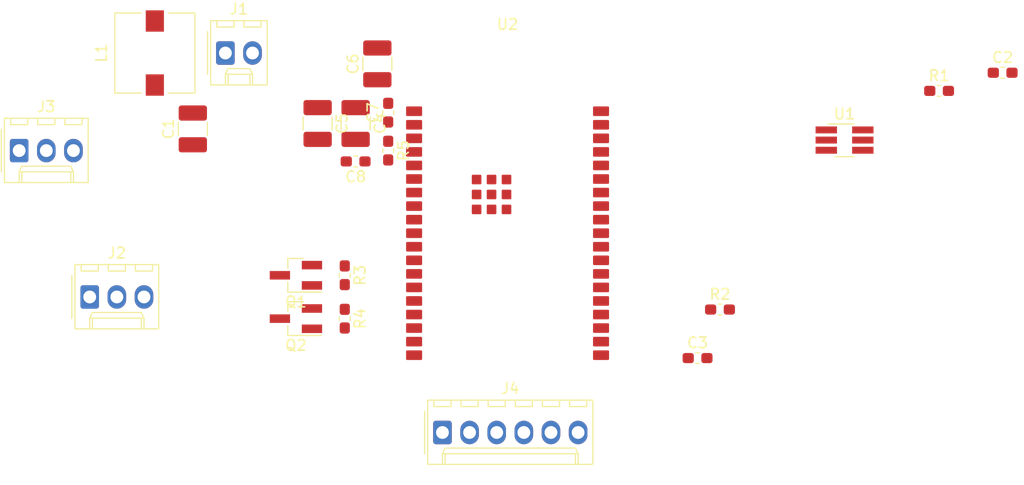
<source format=kicad_pcb>
(kicad_pcb (version 20171130) (host pcbnew 5.1.5+dfsg1-2build2)

  (general
    (thickness 1.6)
    (drawings 0)
    (tracks 0)
    (zones 0)
    (modules 22)
    (nets 47)
  )

  (page A4)
  (layers
    (0 F.Cu signal)
    (31 B.Cu signal)
    (32 B.Adhes user)
    (33 F.Adhes user)
    (34 B.Paste user)
    (35 F.Paste user)
    (36 B.SilkS user)
    (37 F.SilkS user)
    (38 B.Mask user)
    (39 F.Mask user)
    (40 Dwgs.User user)
    (41 Cmts.User user)
    (42 Eco1.User user)
    (43 Eco2.User user)
    (44 Edge.Cuts user)
    (45 Margin user)
    (46 B.CrtYd user)
    (47 F.CrtYd user)
    (48 B.Fab user)
    (49 F.Fab user)
  )

  (setup
    (last_trace_width 0.25)
    (trace_clearance 0.2)
    (zone_clearance 0.508)
    (zone_45_only no)
    (trace_min 0.2)
    (via_size 0.8)
    (via_drill 0.4)
    (via_min_size 0.4)
    (via_min_drill 0.3)
    (uvia_size 0.3)
    (uvia_drill 0.1)
    (uvias_allowed no)
    (uvia_min_size 0.2)
    (uvia_min_drill 0.1)
    (edge_width 0.05)
    (segment_width 0.2)
    (pcb_text_width 0.3)
    (pcb_text_size 1.5 1.5)
    (mod_edge_width 0.12)
    (mod_text_size 1 1)
    (mod_text_width 0.15)
    (pad_size 1.524 1.524)
    (pad_drill 0.762)
    (pad_to_mask_clearance 0.051)
    (solder_mask_min_width 0.25)
    (aux_axis_origin 0 0)
    (visible_elements FFFFFF7F)
    (pcbplotparams
      (layerselection 0x010fc_ffffffff)
      (usegerberextensions false)
      (usegerberattributes false)
      (usegerberadvancedattributes false)
      (creategerberjobfile false)
      (excludeedgelayer true)
      (linewidth 0.100000)
      (plotframeref false)
      (viasonmask false)
      (mode 1)
      (useauxorigin false)
      (hpglpennumber 1)
      (hpglpenspeed 20)
      (hpglpendiameter 15.000000)
      (psnegative false)
      (psa4output false)
      (plotreference true)
      (plotvalue true)
      (plotinvisibletext false)
      (padsonsilk false)
      (subtractmaskfromsilk false)
      (outputformat 1)
      (mirror false)
      (drillshape 1)
      (scaleselection 1)
      (outputdirectory ""))
  )

  (net 0 "")
  (net 1 GND)
  (net 2 Vin)
  (net 3 "Net-(C2-Pad2)")
  (net 4 "Net-(C2-Pad1)")
  (net 5 "Net-(C3-Pad2)")
  (net 6 +3V3)
  (net 7 "Net-(C8-Pad1)")
  (net 8 Source1)
  (net 9 Drain1)
  (net 10 Source2)
  (net 11 Drain2)
  (net 12 "Net-(J4-Pad4)")
  (net 13 "Net-(J4-Pad3)")
  (net 14 "Net-(J4-Pad2)")
  (net 15 "Net-(J4-Pad1)")
  (net 16 "Net-(Q1-Pad1)")
  (net 17 "Net-(Q2-Pad1)")
  (net 18 "Net-(R3-Pad1)")
  (net 19 "Net-(R4-Pad1)")
  (net 20 "Net-(U2-Pad37)")
  (net 21 "Net-(U2-Pad36)")
  (net 22 "Net-(U2-Pad35)")
  (net 23 "Net-(U2-Pad34)")
  (net 24 "Net-(U2-Pad33)")
  (net 25 "Net-(U2-Pad32)")
  (net 26 "Net-(U2-Pad31)")
  (net 27 "Net-(U2-Pad30)")
  (net 28 "Net-(U2-Pad29)")
  (net 29 "Net-(U2-Pad28)")
  (net 30 "Net-(U2-Pad27)")
  (net 31 "Net-(U2-Pad26)")
  (net 32 "Net-(U2-Pad25)")
  (net 33 "Net-(U2-Pad24)")
  (net 34 "Net-(U2-Pad22)")
  (net 35 "Net-(U2-Pad21)")
  (net 36 "Net-(U2-Pad20)")
  (net 37 "Net-(U2-Pad4)")
  (net 38 "Net-(U2-Pad5)")
  (net 39 "Net-(U2-Pad8)")
  (net 40 "Net-(U2-Pad9)")
  (net 41 "Net-(U2-Pad10)")
  (net 42 "Net-(U2-Pad11)")
  (net 43 "Net-(U2-Pad12)")
  (net 44 "Net-(U2-Pad17)")
  (net 45 "Net-(U2-Pad18)")
  (net 46 "Net-(U2-Pad19)")

  (net_class Default "This is the default net class."
    (clearance 0.2)
    (trace_width 0.25)
    (via_dia 0.8)
    (via_drill 0.4)
    (uvia_dia 0.3)
    (uvia_drill 0.1)
    (add_net +3V3)
    (add_net Drain1)
    (add_net Drain2)
    (add_net GND)
    (add_net "Net-(C2-Pad1)")
    (add_net "Net-(C2-Pad2)")
    (add_net "Net-(C3-Pad2)")
    (add_net "Net-(C8-Pad1)")
    (add_net "Net-(J4-Pad1)")
    (add_net "Net-(J4-Pad2)")
    (add_net "Net-(J4-Pad3)")
    (add_net "Net-(J4-Pad4)")
    (add_net "Net-(Q1-Pad1)")
    (add_net "Net-(Q2-Pad1)")
    (add_net "Net-(R3-Pad1)")
    (add_net "Net-(R4-Pad1)")
    (add_net "Net-(U2-Pad10)")
    (add_net "Net-(U2-Pad11)")
    (add_net "Net-(U2-Pad12)")
    (add_net "Net-(U2-Pad17)")
    (add_net "Net-(U2-Pad18)")
    (add_net "Net-(U2-Pad19)")
    (add_net "Net-(U2-Pad20)")
    (add_net "Net-(U2-Pad21)")
    (add_net "Net-(U2-Pad22)")
    (add_net "Net-(U2-Pad24)")
    (add_net "Net-(U2-Pad25)")
    (add_net "Net-(U2-Pad26)")
    (add_net "Net-(U2-Pad27)")
    (add_net "Net-(U2-Pad28)")
    (add_net "Net-(U2-Pad29)")
    (add_net "Net-(U2-Pad30)")
    (add_net "Net-(U2-Pad31)")
    (add_net "Net-(U2-Pad32)")
    (add_net "Net-(U2-Pad33)")
    (add_net "Net-(U2-Pad34)")
    (add_net "Net-(U2-Pad35)")
    (add_net "Net-(U2-Pad36)")
    (add_net "Net-(U2-Pad37)")
    (add_net "Net-(U2-Pad4)")
    (add_net "Net-(U2-Pad5)")
    (add_net "Net-(U2-Pad8)")
    (add_net "Net-(U2-Pad9)")
    (add_net Source1)
    (add_net Source2)
    (add_net Vin)
  )

  (module n-level:ESP32-WROOM-ROVER (layer F.Cu) (tedit 60427113) (tstamp 623C1B59)
    (at 146.304 97.028)
    (path /623392AE)
    (fp_text reference U2 (at 0 -16.4) (layer F.SilkS)
      (effects (font (size 1 1) (thickness 0.15)))
    )
    (fp_text value ESP32-WROVER-E (at 0 16.5) (layer F.Fab)
      (effects (font (size 1 1) (thickness 0.15)))
    )
    (fp_text user "Keep Out" (at 0 -12.3) (layer Dwgs.User)
      (effects (font (size 1 1) (thickness 0.15)))
    )
    (fp_line (start -9 -8.8) (end 9 -8.8) (layer Dwgs.User) (width 0.12))
    (fp_line (start -9 15.7) (end 9 15.7) (layer Dwgs.User) (width 0.12))
    (fp_line (start -9 15.7) (end -9 -15.7) (layer Dwgs.User) (width 0.12))
    (fp_line (start 9 15.7) (end 9 -15.7) (layer Dwgs.User) (width 0.12))
    (fp_line (start 9 -15.7) (end -9 -15.7) (layer Dwgs.User) (width 0.12))
    (pad EPAD smd roundrect (at -2.9 0.94) (size 0.9 0.9) (layers F.Cu F.Paste F.Mask) (roundrect_rratio 0.111)
      (net 1 GND))
    (pad EPAD smd roundrect (at -1.5 0.94) (size 0.9 0.9) (layers F.Cu F.Paste F.Mask) (roundrect_rratio 0.111)
      (net 1 GND))
    (pad EPAD smd roundrect (at -0.1 0.94) (size 0.9 0.9) (layers F.Cu F.Paste F.Mask) (roundrect_rratio 0.111)
      (net 1 GND))
    (pad EPAD smd roundrect (at -0.1 -0.46) (size 0.9 0.9) (layers F.Cu F.Paste F.Mask) (roundrect_rratio 0.111)
      (net 1 GND))
    (pad EPAD smd roundrect (at -0.1 -1.86) (size 0.9 0.9) (layers F.Cu F.Paste F.Mask) (roundrect_rratio 0.111)
      (net 1 GND))
    (pad EPAD smd roundrect (at -1.5 -1.86) (size 0.9 0.9) (layers F.Cu F.Paste F.Mask) (roundrect_rratio 0.111)
      (net 1 GND))
    (pad EPAD smd roundrect (at -2.9 -1.86) (size 0.9 0.9) (layers F.Cu F.Paste F.Mask) (roundrect_rratio 0.111)
      (net 1 GND))
    (pad EPAD smd roundrect (at -2.9 -0.46) (size 0.9 0.9) (layers F.Cu F.Paste F.Mask) (roundrect_rratio 0.111)
      (net 1 GND))
    (pad EPAD smd roundrect (at -1.5 -0.46) (size 0.9 0.9) (layers F.Cu F.Paste F.Mask) (roundrect_rratio 0.111)
      (net 1 GND))
    (pad 38 smd roundrect (at 8.75 -8.26) (size 1.5 0.9) (layers F.Cu F.Paste F.Mask) (roundrect_rratio 0.111)
      (net 1 GND))
    (pad 37 smd roundrect (at 8.75 -6.99) (size 1.5 0.9) (layers F.Cu F.Paste F.Mask) (roundrect_rratio 0.111)
      (net 20 "Net-(U2-Pad37)"))
    (pad 36 smd roundrect (at 8.75 -5.72) (size 1.5 0.9) (layers F.Cu F.Paste F.Mask) (roundrect_rratio 0.111)
      (net 21 "Net-(U2-Pad36)"))
    (pad 35 smd roundrect (at 8.75 -4.45) (size 1.5 0.9) (layers F.Cu F.Paste F.Mask) (roundrect_rratio 0.111)
      (net 22 "Net-(U2-Pad35)"))
    (pad 34 smd roundrect (at 8.75 -3.18) (size 1.5 0.9) (layers F.Cu F.Paste F.Mask) (roundrect_rratio 0.111)
      (net 23 "Net-(U2-Pad34)"))
    (pad 33 smd roundrect (at 8.75 -1.91) (size 1.5 0.9) (layers F.Cu F.Paste F.Mask) (roundrect_rratio 0.111)
      (net 24 "Net-(U2-Pad33)"))
    (pad 32 smd roundrect (at 8.75 -0.64) (size 1.5 0.9) (layers F.Cu F.Paste F.Mask) (roundrect_rratio 0.111)
      (net 25 "Net-(U2-Pad32)"))
    (pad 31 smd roundrect (at 8.75 0.63) (size 1.5 0.9) (layers F.Cu F.Paste F.Mask) (roundrect_rratio 0.111)
      (net 26 "Net-(U2-Pad31)"))
    (pad 30 smd roundrect (at 8.75 1.9) (size 1.5 0.9) (layers F.Cu F.Paste F.Mask) (roundrect_rratio 0.111)
      (net 27 "Net-(U2-Pad30)"))
    (pad 29 smd roundrect (at 8.75 3.17) (size 1.5 0.9) (layers F.Cu F.Paste F.Mask) (roundrect_rratio 0.111)
      (net 28 "Net-(U2-Pad29)"))
    (pad 28 smd roundrect (at 8.75 4.44) (size 1.5 0.9) (layers F.Cu F.Paste F.Mask) (roundrect_rratio 0.111)
      (net 29 "Net-(U2-Pad28)"))
    (pad 27 smd roundrect (at 8.75 5.71) (size 1.5 0.9) (layers F.Cu F.Paste F.Mask) (roundrect_rratio 0.111)
      (net 30 "Net-(U2-Pad27)"))
    (pad 26 smd roundrect (at 8.75 6.98) (size 1.5 0.9) (layers F.Cu F.Paste F.Mask) (roundrect_rratio 0.111)
      (net 31 "Net-(U2-Pad26)"))
    (pad 25 smd roundrect (at 8.75 8.25) (size 1.5 0.9) (layers F.Cu F.Paste F.Mask) (roundrect_rratio 0.111)
      (net 32 "Net-(U2-Pad25)"))
    (pad 24 smd roundrect (at 8.75 9.52) (size 1.5 0.9) (layers F.Cu F.Paste F.Mask) (roundrect_rratio 0.111)
      (net 33 "Net-(U2-Pad24)"))
    (pad 23 smd roundrect (at 8.75 10.79) (size 1.5 0.9) (layers F.Cu F.Paste F.Mask) (roundrect_rratio 0.111)
      (net 12 "Net-(J4-Pad4)"))
    (pad 22 smd roundrect (at 8.75 12.06) (size 1.5 0.9) (layers F.Cu F.Paste F.Mask) (roundrect_rratio 0.111)
      (net 34 "Net-(U2-Pad22)"))
    (pad 21 smd roundrect (at 8.75 13.33) (size 1.5 0.9) (layers F.Cu F.Paste F.Mask) (roundrect_rratio 0.111)
      (net 35 "Net-(U2-Pad21)"))
    (pad 20 smd roundrect (at 8.75 14.6) (size 1.5 0.9) (layers F.Cu F.Paste F.Mask) (roundrect_rratio 0.111)
      (net 36 "Net-(U2-Pad20)"))
    (pad 1 smd roundrect (at -8.75 -8.26) (size 1.5 0.9) (layers F.Cu F.Paste F.Mask) (roundrect_rratio 0.111)
      (net 1 GND))
    (pad 2 smd roundrect (at -8.75 -6.99) (size 1.5 0.9) (layers F.Cu F.Paste F.Mask) (roundrect_rratio 0.111)
      (net 6 +3V3))
    (pad 3 smd roundrect (at -8.75 -5.72) (size 1.5 0.9) (layers F.Cu F.Paste F.Mask) (roundrect_rratio 0.111)
      (net 7 "Net-(C8-Pad1)"))
    (pad 4 smd roundrect (at -8.75 -4.45) (size 1.5 0.9) (layers F.Cu F.Paste F.Mask) (roundrect_rratio 0.111)
      (net 37 "Net-(U2-Pad4)"))
    (pad 5 smd roundrect (at -8.75 -3.18) (size 1.5 0.9) (layers F.Cu F.Paste F.Mask) (roundrect_rratio 0.111)
      (net 38 "Net-(U2-Pad5)"))
    (pad 6 smd roundrect (at -8.75 -1.91) (size 1.5 0.9) (layers F.Cu F.Paste F.Mask) (roundrect_rratio 0.111)
      (net 18 "Net-(R3-Pad1)"))
    (pad 7 smd roundrect (at -8.75 -0.64) (size 1.5 0.9) (layers F.Cu F.Paste F.Mask) (roundrect_rratio 0.111)
      (net 19 "Net-(R4-Pad1)"))
    (pad 8 smd roundrect (at -8.75 0.63) (size 1.5 0.9) (layers F.Cu F.Paste F.Mask) (roundrect_rratio 0.111)
      (net 39 "Net-(U2-Pad8)"))
    (pad 9 smd roundrect (at -8.75 1.9) (size 1.5 0.9) (layers F.Cu F.Paste F.Mask) (roundrect_rratio 0.111)
      (net 40 "Net-(U2-Pad9)"))
    (pad 10 smd roundrect (at -8.75 3.17) (size 1.5 0.9) (layers F.Cu F.Paste F.Mask) (roundrect_rratio 0.111)
      (net 41 "Net-(U2-Pad10)"))
    (pad 11 smd roundrect (at -8.75 4.44) (size 1.5 0.9) (layers F.Cu F.Paste F.Mask) (roundrect_rratio 0.111)
      (net 42 "Net-(U2-Pad11)"))
    (pad 12 smd roundrect (at -8.75 5.71) (size 1.5 0.9) (layers F.Cu F.Paste F.Mask) (roundrect_rratio 0.111)
      (net 43 "Net-(U2-Pad12)"))
    (pad 13 smd roundrect (at -8.75 6.98) (size 1.5 0.9) (layers F.Cu F.Paste F.Mask) (roundrect_rratio 0.111)
      (net 15 "Net-(J4-Pad1)"))
    (pad 14 smd roundrect (at -8.75 8.25) (size 1.5 0.9) (layers F.Cu F.Paste F.Mask) (roundrect_rratio 0.111)
      (net 14 "Net-(J4-Pad2)"))
    (pad 15 smd roundrect (at -8.75 9.52) (size 1.5 0.9) (layers F.Cu F.Paste F.Mask) (roundrect_rratio 0.111)
      (net 1 GND))
    (pad 16 smd roundrect (at -8.75 10.79) (size 1.5 0.9) (layers F.Cu F.Paste F.Mask) (roundrect_rratio 0.111)
      (net 13 "Net-(J4-Pad3)"))
    (pad 17 smd roundrect (at -8.75 12.06) (size 1.5 0.9) (layers F.Cu F.Paste F.Mask) (roundrect_rratio 0.111)
      (net 44 "Net-(U2-Pad17)"))
    (pad 18 smd roundrect (at -8.75 13.33) (size 1.5 0.9) (layers F.Cu F.Paste F.Mask) (roundrect_rratio 0.111)
      (net 45 "Net-(U2-Pad18)"))
    (pad 19 smd roundrect (at -8.75 14.6) (size 1.5 0.9) (layers F.Cu F.Paste F.Mask) (roundrect_rratio 0.111)
      (net 46 "Net-(U2-Pad19)"))
  )

  (module Package_TO_SOT_SMD:TSOT-23-6_HandSoldering (layer F.Cu) (tedit 5A02FF57) (tstamp 623C1B20)
    (at 177.85 91.47)
    (descr "6-pin TSOT23 package, http://cds.linear.com/docs/en/packaging/SOT_6_05-08-1636.pdf")
    (tags "TSOT-23-6 MK06A TSOT-6 Hand-soldering")
    (path /6233C416)
    (attr smd)
    (fp_text reference U1 (at 0 -2.45) (layer F.SilkS)
      (effects (font (size 1 1) (thickness 0.15)))
    )
    (fp_text value AP63200 (at 0 2.5) (layer F.Fab)
      (effects (font (size 1 1) (thickness 0.15)))
    )
    (fp_line (start 2.96 1.7) (end -2.96 1.7) (layer F.CrtYd) (width 0.05))
    (fp_line (start 2.96 1.7) (end 2.96 -1.7) (layer F.CrtYd) (width 0.05))
    (fp_line (start -2.96 -1.7) (end -2.96 1.7) (layer F.CrtYd) (width 0.05))
    (fp_line (start -2.96 -1.7) (end 2.96 -1.7) (layer F.CrtYd) (width 0.05))
    (fp_line (start 0.88 -1.45) (end 0.88 1.45) (layer F.Fab) (width 0.1))
    (fp_line (start 0.88 1.45) (end -0.88 1.45) (layer F.Fab) (width 0.1))
    (fp_line (start -0.88 -1) (end -0.88 1.45) (layer F.Fab) (width 0.1))
    (fp_line (start 0.88 -1.45) (end -0.43 -1.45) (layer F.Fab) (width 0.1))
    (fp_line (start -0.88 -1) (end -0.43 -1.45) (layer F.Fab) (width 0.1))
    (fp_line (start 0.88 -1.51) (end -1.55 -1.51) (layer F.SilkS) (width 0.12))
    (fp_line (start -0.88 1.56) (end 0.88 1.56) (layer F.SilkS) (width 0.12))
    (fp_text user %R (at 0 0 90) (layer F.Fab)
      (effects (font (size 0.5 0.5) (thickness 0.075)))
    )
    (pad 6 smd rect (at 1.71 -0.95) (size 2 0.65) (layers F.Cu F.Paste F.Mask)
      (net 3 "Net-(C2-Pad2)"))
    (pad 5 smd rect (at 1.71 0) (size 2 0.65) (layers F.Cu F.Paste F.Mask)
      (net 4 "Net-(C2-Pad1)"))
    (pad 4 smd rect (at 1.71 0.95) (size 2 0.65) (layers F.Cu F.Paste F.Mask)
      (net 1 GND))
    (pad 3 smd rect (at -1.71 0.95) (size 2 0.65) (layers F.Cu F.Paste F.Mask)
      (net 2 Vin))
    (pad 2 smd rect (at -1.71 0) (size 2 0.65) (layers F.Cu F.Paste F.Mask)
      (net 2 Vin))
    (pad 1 smd rect (at -1.71 -0.95) (size 2 0.65) (layers F.Cu F.Paste F.Mask)
      (net 5 "Net-(C3-Pad2)"))
    (model ${KISYS3DMOD}/Package_TO_SOT_SMD.3dshapes/TSOT-23-6.wrl
      (at (xyz 0 0 0))
      (scale (xyz 1 1 1))
      (rotate (xyz 0 0 0))
    )
  )

  (module Resistor_SMD:R_0603_1608Metric_Pad1.05x0.95mm_HandSolder (layer F.Cu) (tedit 5B301BBD) (tstamp 623C1B0A)
    (at 135.128 92.456 270)
    (descr "Resistor SMD 0603 (1608 Metric), square (rectangular) end terminal, IPC_7351 nominal with elongated pad for handsoldering. (Body size source: http://www.tortai-tech.com/upload/download/2011102023233369053.pdf), generated with kicad-footprint-generator")
    (tags "resistor handsolder")
    (path /62360AF0)
    (attr smd)
    (fp_text reference R5 (at 0 -1.43 90) (layer F.SilkS)
      (effects (font (size 1 1) (thickness 0.15)))
    )
    (fp_text value 1k (at 0 1.43 90) (layer F.Fab)
      (effects (font (size 1 1) (thickness 0.15)))
    )
    (fp_text user %R (at 0 0 90) (layer F.Fab)
      (effects (font (size 0.4 0.4) (thickness 0.06)))
    )
    (fp_line (start 1.65 0.73) (end -1.65 0.73) (layer F.CrtYd) (width 0.05))
    (fp_line (start 1.65 -0.73) (end 1.65 0.73) (layer F.CrtYd) (width 0.05))
    (fp_line (start -1.65 -0.73) (end 1.65 -0.73) (layer F.CrtYd) (width 0.05))
    (fp_line (start -1.65 0.73) (end -1.65 -0.73) (layer F.CrtYd) (width 0.05))
    (fp_line (start -0.171267 0.51) (end 0.171267 0.51) (layer F.SilkS) (width 0.12))
    (fp_line (start -0.171267 -0.51) (end 0.171267 -0.51) (layer F.SilkS) (width 0.12))
    (fp_line (start 0.8 0.4) (end -0.8 0.4) (layer F.Fab) (width 0.1))
    (fp_line (start 0.8 -0.4) (end 0.8 0.4) (layer F.Fab) (width 0.1))
    (fp_line (start -0.8 -0.4) (end 0.8 -0.4) (layer F.Fab) (width 0.1))
    (fp_line (start -0.8 0.4) (end -0.8 -0.4) (layer F.Fab) (width 0.1))
    (pad 2 smd roundrect (at 0.875 0 270) (size 1.05 0.95) (layers F.Cu F.Paste F.Mask) (roundrect_rratio 0.25)
      (net 7 "Net-(C8-Pad1)"))
    (pad 1 smd roundrect (at -0.875 0 270) (size 1.05 0.95) (layers F.Cu F.Paste F.Mask) (roundrect_rratio 0.25)
      (net 6 +3V3))
    (model ${KISYS3DMOD}/Resistor_SMD.3dshapes/R_0603_1608Metric.wrl
      (at (xyz 0 0 0))
      (scale (xyz 1 1 1))
      (rotate (xyz 0 0 0))
    )
  )

  (module Resistor_SMD:R_0603_1608Metric_Pad1.05x0.95mm_HandSolder (layer F.Cu) (tedit 5B301BBD) (tstamp 623C1AF9)
    (at 131.064 108.204 270)
    (descr "Resistor SMD 0603 (1608 Metric), square (rectangular) end terminal, IPC_7351 nominal with elongated pad for handsoldering. (Body size source: http://www.tortai-tech.com/upload/download/2011102023233369053.pdf), generated with kicad-footprint-generator")
    (tags "resistor handsolder")
    (path /623CD5DA)
    (attr smd)
    (fp_text reference R4 (at 0 -1.43 90) (layer F.SilkS)
      (effects (font (size 1 1) (thickness 0.15)))
    )
    (fp_text value 1k (at 0 1.43 90) (layer F.Fab)
      (effects (font (size 1 1) (thickness 0.15)))
    )
    (fp_text user %R (at 0 0 90) (layer F.Fab)
      (effects (font (size 0.4 0.4) (thickness 0.06)))
    )
    (fp_line (start 1.65 0.73) (end -1.65 0.73) (layer F.CrtYd) (width 0.05))
    (fp_line (start 1.65 -0.73) (end 1.65 0.73) (layer F.CrtYd) (width 0.05))
    (fp_line (start -1.65 -0.73) (end 1.65 -0.73) (layer F.CrtYd) (width 0.05))
    (fp_line (start -1.65 0.73) (end -1.65 -0.73) (layer F.CrtYd) (width 0.05))
    (fp_line (start -0.171267 0.51) (end 0.171267 0.51) (layer F.SilkS) (width 0.12))
    (fp_line (start -0.171267 -0.51) (end 0.171267 -0.51) (layer F.SilkS) (width 0.12))
    (fp_line (start 0.8 0.4) (end -0.8 0.4) (layer F.Fab) (width 0.1))
    (fp_line (start 0.8 -0.4) (end 0.8 0.4) (layer F.Fab) (width 0.1))
    (fp_line (start -0.8 -0.4) (end 0.8 -0.4) (layer F.Fab) (width 0.1))
    (fp_line (start -0.8 0.4) (end -0.8 -0.4) (layer F.Fab) (width 0.1))
    (pad 2 smd roundrect (at 0.875 0 270) (size 1.05 0.95) (layers F.Cu F.Paste F.Mask) (roundrect_rratio 0.25)
      (net 17 "Net-(Q2-Pad1)"))
    (pad 1 smd roundrect (at -0.875 0 270) (size 1.05 0.95) (layers F.Cu F.Paste F.Mask) (roundrect_rratio 0.25)
      (net 19 "Net-(R4-Pad1)"))
    (model ${KISYS3DMOD}/Resistor_SMD.3dshapes/R_0603_1608Metric.wrl
      (at (xyz 0 0 0))
      (scale (xyz 1 1 1))
      (rotate (xyz 0 0 0))
    )
  )

  (module Resistor_SMD:R_0603_1608Metric_Pad1.05x0.95mm_HandSolder (layer F.Cu) (tedit 5B301BBD) (tstamp 623C1AE8)
    (at 131.064 104.14 270)
    (descr "Resistor SMD 0603 (1608 Metric), square (rectangular) end terminal, IPC_7351 nominal with elongated pad for handsoldering. (Body size source: http://www.tortai-tech.com/upload/download/2011102023233369053.pdf), generated with kicad-footprint-generator")
    (tags "resistor handsolder")
    (path /623C8B86)
    (attr smd)
    (fp_text reference R3 (at 0 -1.43 90) (layer F.SilkS)
      (effects (font (size 1 1) (thickness 0.15)))
    )
    (fp_text value 1k (at 0 1.43 90) (layer F.Fab)
      (effects (font (size 1 1) (thickness 0.15)))
    )
    (fp_text user %R (at 0 0 90) (layer F.Fab)
      (effects (font (size 0.4 0.4) (thickness 0.06)))
    )
    (fp_line (start 1.65 0.73) (end -1.65 0.73) (layer F.CrtYd) (width 0.05))
    (fp_line (start 1.65 -0.73) (end 1.65 0.73) (layer F.CrtYd) (width 0.05))
    (fp_line (start -1.65 -0.73) (end 1.65 -0.73) (layer F.CrtYd) (width 0.05))
    (fp_line (start -1.65 0.73) (end -1.65 -0.73) (layer F.CrtYd) (width 0.05))
    (fp_line (start -0.171267 0.51) (end 0.171267 0.51) (layer F.SilkS) (width 0.12))
    (fp_line (start -0.171267 -0.51) (end 0.171267 -0.51) (layer F.SilkS) (width 0.12))
    (fp_line (start 0.8 0.4) (end -0.8 0.4) (layer F.Fab) (width 0.1))
    (fp_line (start 0.8 -0.4) (end 0.8 0.4) (layer F.Fab) (width 0.1))
    (fp_line (start -0.8 -0.4) (end 0.8 -0.4) (layer F.Fab) (width 0.1))
    (fp_line (start -0.8 0.4) (end -0.8 -0.4) (layer F.Fab) (width 0.1))
    (pad 2 smd roundrect (at 0.875 0 270) (size 1.05 0.95) (layers F.Cu F.Paste F.Mask) (roundrect_rratio 0.25)
      (net 16 "Net-(Q1-Pad1)"))
    (pad 1 smd roundrect (at -0.875 0 270) (size 1.05 0.95) (layers F.Cu F.Paste F.Mask) (roundrect_rratio 0.25)
      (net 18 "Net-(R3-Pad1)"))
    (model ${KISYS3DMOD}/Resistor_SMD.3dshapes/R_0603_1608Metric.wrl
      (at (xyz 0 0 0))
      (scale (xyz 1 1 1))
      (rotate (xyz 0 0 0))
    )
  )

  (module Resistor_SMD:R_0603_1608Metric_Pad1.05x0.95mm_HandSolder (layer F.Cu) (tedit 5B301BBD) (tstamp 623C1AD7)
    (at 166.19 107.35)
    (descr "Resistor SMD 0603 (1608 Metric), square (rectangular) end terminal, IPC_7351 nominal with elongated pad for handsoldering. (Body size source: http://www.tortai-tech.com/upload/download/2011102023233369053.pdf), generated with kicad-footprint-generator")
    (tags "resistor handsolder")
    (path /6234331A)
    (attr smd)
    (fp_text reference R2 (at 0 -1.43) (layer F.SilkS)
      (effects (font (size 1 1) (thickness 0.15)))
    )
    (fp_text value 62k (at 0 1.43) (layer F.Fab)
      (effects (font (size 1 1) (thickness 0.15)))
    )
    (fp_text user %R (at 0 0) (layer F.Fab)
      (effects (font (size 0.4 0.4) (thickness 0.06)))
    )
    (fp_line (start 1.65 0.73) (end -1.65 0.73) (layer F.CrtYd) (width 0.05))
    (fp_line (start 1.65 -0.73) (end 1.65 0.73) (layer F.CrtYd) (width 0.05))
    (fp_line (start -1.65 -0.73) (end 1.65 -0.73) (layer F.CrtYd) (width 0.05))
    (fp_line (start -1.65 0.73) (end -1.65 -0.73) (layer F.CrtYd) (width 0.05))
    (fp_line (start -0.171267 0.51) (end 0.171267 0.51) (layer F.SilkS) (width 0.12))
    (fp_line (start -0.171267 -0.51) (end 0.171267 -0.51) (layer F.SilkS) (width 0.12))
    (fp_line (start 0.8 0.4) (end -0.8 0.4) (layer F.Fab) (width 0.1))
    (fp_line (start 0.8 -0.4) (end 0.8 0.4) (layer F.Fab) (width 0.1))
    (fp_line (start -0.8 -0.4) (end 0.8 -0.4) (layer F.Fab) (width 0.1))
    (fp_line (start -0.8 0.4) (end -0.8 -0.4) (layer F.Fab) (width 0.1))
    (pad 2 smd roundrect (at 0.875 0) (size 1.05 0.95) (layers F.Cu F.Paste F.Mask) (roundrect_rratio 0.25)
      (net 1 GND))
    (pad 1 smd roundrect (at -0.875 0) (size 1.05 0.95) (layers F.Cu F.Paste F.Mask) (roundrect_rratio 0.25)
      (net 5 "Net-(C3-Pad2)"))
    (model ${KISYS3DMOD}/Resistor_SMD.3dshapes/R_0603_1608Metric.wrl
      (at (xyz 0 0 0))
      (scale (xyz 1 1 1))
      (rotate (xyz 0 0 0))
    )
  )

  (module Resistor_SMD:R_0603_1608Metric_Pad1.05x0.95mm_HandSolder (layer F.Cu) (tedit 5B301BBD) (tstamp 623C1AC6)
    (at 186.7 86.86)
    (descr "Resistor SMD 0603 (1608 Metric), square (rectangular) end terminal, IPC_7351 nominal with elongated pad for handsoldering. (Body size source: http://www.tortai-tech.com/upload/download/2011102023233369053.pdf), generated with kicad-footprint-generator")
    (tags "resistor handsolder")
    (path /6233B2CD)
    (attr smd)
    (fp_text reference R1 (at 0 -1.43) (layer F.SilkS)
      (effects (font (size 1 1) (thickness 0.15)))
    )
    (fp_text value 182k (at 0 1.43) (layer F.Fab)
      (effects (font (size 1 1) (thickness 0.15)))
    )
    (fp_text user %R (at 0 0) (layer F.Fab)
      (effects (font (size 0.4 0.4) (thickness 0.06)))
    )
    (fp_line (start 1.65 0.73) (end -1.65 0.73) (layer F.CrtYd) (width 0.05))
    (fp_line (start 1.65 -0.73) (end 1.65 0.73) (layer F.CrtYd) (width 0.05))
    (fp_line (start -1.65 -0.73) (end 1.65 -0.73) (layer F.CrtYd) (width 0.05))
    (fp_line (start -1.65 0.73) (end -1.65 -0.73) (layer F.CrtYd) (width 0.05))
    (fp_line (start -0.171267 0.51) (end 0.171267 0.51) (layer F.SilkS) (width 0.12))
    (fp_line (start -0.171267 -0.51) (end 0.171267 -0.51) (layer F.SilkS) (width 0.12))
    (fp_line (start 0.8 0.4) (end -0.8 0.4) (layer F.Fab) (width 0.1))
    (fp_line (start 0.8 -0.4) (end 0.8 0.4) (layer F.Fab) (width 0.1))
    (fp_line (start -0.8 -0.4) (end 0.8 -0.4) (layer F.Fab) (width 0.1))
    (fp_line (start -0.8 0.4) (end -0.8 -0.4) (layer F.Fab) (width 0.1))
    (pad 2 smd roundrect (at 0.875 0) (size 1.05 0.95) (layers F.Cu F.Paste F.Mask) (roundrect_rratio 0.25)
      (net 5 "Net-(C3-Pad2)"))
    (pad 1 smd roundrect (at -0.875 0) (size 1.05 0.95) (layers F.Cu F.Paste F.Mask) (roundrect_rratio 0.25)
      (net 6 +3V3))
    (model ${KISYS3DMOD}/Resistor_SMD.3dshapes/R_0603_1608Metric.wrl
      (at (xyz 0 0 0))
      (scale (xyz 1 1 1))
      (rotate (xyz 0 0 0))
    )
  )

  (module Package_TO_SOT_SMD:SOT-23_Handsoldering (layer F.Cu) (tedit 5A0AB76C) (tstamp 623C1AB5)
    (at 126.492 108.204 180)
    (descr "SOT-23, Handsoldering")
    (tags SOT-23)
    (path /623C17A5)
    (attr smd)
    (fp_text reference Q2 (at 0 -2.5) (layer F.SilkS)
      (effects (font (size 1 1) (thickness 0.15)))
    )
    (fp_text value "30V 300mA" (at 0 2.5) (layer F.Fab)
      (effects (font (size 1 1) (thickness 0.15)))
    )
    (fp_line (start 0.76 1.58) (end -0.7 1.58) (layer F.SilkS) (width 0.12))
    (fp_line (start -0.7 1.52) (end 0.7 1.52) (layer F.Fab) (width 0.1))
    (fp_line (start 0.7 -1.52) (end 0.7 1.52) (layer F.Fab) (width 0.1))
    (fp_line (start -0.7 -0.95) (end -0.15 -1.52) (layer F.Fab) (width 0.1))
    (fp_line (start -0.15 -1.52) (end 0.7 -1.52) (layer F.Fab) (width 0.1))
    (fp_line (start -0.7 -0.95) (end -0.7 1.5) (layer F.Fab) (width 0.1))
    (fp_line (start 0.76 -1.58) (end -2.4 -1.58) (layer F.SilkS) (width 0.12))
    (fp_line (start -2.7 1.75) (end -2.7 -1.75) (layer F.CrtYd) (width 0.05))
    (fp_line (start 2.7 1.75) (end -2.7 1.75) (layer F.CrtYd) (width 0.05))
    (fp_line (start 2.7 -1.75) (end 2.7 1.75) (layer F.CrtYd) (width 0.05))
    (fp_line (start -2.7 -1.75) (end 2.7 -1.75) (layer F.CrtYd) (width 0.05))
    (fp_line (start 0.76 -1.58) (end 0.76 -0.65) (layer F.SilkS) (width 0.12))
    (fp_line (start 0.76 1.58) (end 0.76 0.65) (layer F.SilkS) (width 0.12))
    (fp_text user %R (at 0 0 90) (layer F.Fab)
      (effects (font (size 0.5 0.5) (thickness 0.075)))
    )
    (pad 3 smd rect (at 1.5 0 180) (size 1.9 0.8) (layers F.Cu F.Paste F.Mask)
      (net 10 Source2))
    (pad 2 smd rect (at -1.5 0.95 180) (size 1.9 0.8) (layers F.Cu F.Paste F.Mask)
      (net 11 Drain2))
    (pad 1 smd rect (at -1.5 -0.95 180) (size 1.9 0.8) (layers F.Cu F.Paste F.Mask)
      (net 17 "Net-(Q2-Pad1)"))
    (model ${KISYS3DMOD}/Package_TO_SOT_SMD.3dshapes/SOT-23.wrl
      (at (xyz 0 0 0))
      (scale (xyz 1 1 1))
      (rotate (xyz 0 0 0))
    )
  )

  (module Package_TO_SOT_SMD:SOT-23_Handsoldering (layer F.Cu) (tedit 5A0AB76C) (tstamp 623C1AA0)
    (at 126.492 104.14 180)
    (descr "SOT-23, Handsoldering")
    (tags SOT-23)
    (path /6233B710)
    (attr smd)
    (fp_text reference Q1 (at 0 -2.5) (layer F.SilkS)
      (effects (font (size 1 1) (thickness 0.15)))
    )
    (fp_text value "30V 300mA" (at 0 2.5) (layer F.Fab)
      (effects (font (size 1 1) (thickness 0.15)))
    )
    (fp_line (start 0.76 1.58) (end -0.7 1.58) (layer F.SilkS) (width 0.12))
    (fp_line (start -0.7 1.52) (end 0.7 1.52) (layer F.Fab) (width 0.1))
    (fp_line (start 0.7 -1.52) (end 0.7 1.52) (layer F.Fab) (width 0.1))
    (fp_line (start -0.7 -0.95) (end -0.15 -1.52) (layer F.Fab) (width 0.1))
    (fp_line (start -0.15 -1.52) (end 0.7 -1.52) (layer F.Fab) (width 0.1))
    (fp_line (start -0.7 -0.95) (end -0.7 1.5) (layer F.Fab) (width 0.1))
    (fp_line (start 0.76 -1.58) (end -2.4 -1.58) (layer F.SilkS) (width 0.12))
    (fp_line (start -2.7 1.75) (end -2.7 -1.75) (layer F.CrtYd) (width 0.05))
    (fp_line (start 2.7 1.75) (end -2.7 1.75) (layer F.CrtYd) (width 0.05))
    (fp_line (start 2.7 -1.75) (end 2.7 1.75) (layer F.CrtYd) (width 0.05))
    (fp_line (start -2.7 -1.75) (end 2.7 -1.75) (layer F.CrtYd) (width 0.05))
    (fp_line (start 0.76 -1.58) (end 0.76 -0.65) (layer F.SilkS) (width 0.12))
    (fp_line (start 0.76 1.58) (end 0.76 0.65) (layer F.SilkS) (width 0.12))
    (fp_text user %R (at 0 0 90) (layer F.Fab)
      (effects (font (size 0.5 0.5) (thickness 0.075)))
    )
    (pad 3 smd rect (at 1.5 0 180) (size 1.9 0.8) (layers F.Cu F.Paste F.Mask)
      (net 8 Source1))
    (pad 2 smd rect (at -1.5 0.95 180) (size 1.9 0.8) (layers F.Cu F.Paste F.Mask)
      (net 9 Drain1))
    (pad 1 smd rect (at -1.5 -0.95 180) (size 1.9 0.8) (layers F.Cu F.Paste F.Mask)
      (net 16 "Net-(Q1-Pad1)"))
    (model ${KISYS3DMOD}/Package_TO_SOT_SMD.3dshapes/SOT-23.wrl
      (at (xyz 0 0 0))
      (scale (xyz 1 1 1))
      (rotate (xyz 0 0 0))
    )
  )

  (module n-level:WE-7345 (layer F.Cu) (tedit 60425AD5) (tstamp 623C271A)
    (at 113.284 83.312)
    (path /623418A1)
    (fp_text reference L1 (at -5 0 90) (layer F.SilkS)
      (effects (font (size 1 1) (thickness 0.15)))
    )
    (fp_text value 10u (at 5 0 90) (layer F.Fab)
      (effects (font (size 1 1) (thickness 0.15)))
    )
    (fp_line (start 3.75 -3.75) (end 1.25 -3.75) (layer F.SilkS) (width 0.12))
    (fp_line (start 3.75 3.75) (end 3.75 -3.75) (layer F.SilkS) (width 0.12))
    (fp_line (start 1.25 3.75) (end 3.75 3.75) (layer F.SilkS) (width 0.12))
    (fp_line (start -3.75 3.75) (end -1.25 3.75) (layer F.SilkS) (width 0.12))
    (fp_line (start -1.25 -3.75) (end -3.75 -3.75) (layer F.SilkS) (width 0.12))
    (fp_line (start -3.75 -3.75) (end -3.75 3.75) (layer F.SilkS) (width 0.12))
    (pad 2 smd rect (at 0 3) (size 1.7 2) (layers F.Cu F.Paste F.Mask)
      (net 6 +3V3))
    (pad 1 smd rect (at 0 -3) (size 1.7 2) (layers F.Cu F.Paste F.Mask)
      (net 4 "Net-(C2-Pad1)"))
  )

  (module Connector_Molex:Molex_KK-254_AE-6410-06A_1x06_P2.54mm_Vertical (layer F.Cu) (tedit 5B78013E) (tstamp 623C1E85)
    (at 140.208 118.872)
    (descr "Molex KK-254 Interconnect System, old/engineering part number: AE-6410-06A example for new part number: 22-27-2061, 6 Pins (http://www.molex.com/pdm_docs/sd/022272021_sd.pdf), generated with kicad-footprint-generator")
    (tags "connector Molex KK-254 side entry")
    (path /6237B1F1)
    (fp_text reference J4 (at 6.35 -4.12) (layer F.SilkS)
      (effects (font (size 1 1) (thickness 0.15)))
    )
    (fp_text value JTAG (at 6.35 4.08) (layer F.Fab)
      (effects (font (size 1 1) (thickness 0.15)))
    )
    (fp_text user %R (at 6.35 -2.22) (layer F.Fab)
      (effects (font (size 1 1) (thickness 0.15)))
    )
    (fp_line (start 14.47 -3.42) (end -1.77 -3.42) (layer F.CrtYd) (width 0.05))
    (fp_line (start 14.47 3.38) (end 14.47 -3.42) (layer F.CrtYd) (width 0.05))
    (fp_line (start -1.77 3.38) (end 14.47 3.38) (layer F.CrtYd) (width 0.05))
    (fp_line (start -1.77 -3.42) (end -1.77 3.38) (layer F.CrtYd) (width 0.05))
    (fp_line (start 13.5 -2.43) (end 13.5 -3.03) (layer F.SilkS) (width 0.12))
    (fp_line (start 11.9 -2.43) (end 13.5 -2.43) (layer F.SilkS) (width 0.12))
    (fp_line (start 11.9 -3.03) (end 11.9 -2.43) (layer F.SilkS) (width 0.12))
    (fp_line (start 10.96 -2.43) (end 10.96 -3.03) (layer F.SilkS) (width 0.12))
    (fp_line (start 9.36 -2.43) (end 10.96 -2.43) (layer F.SilkS) (width 0.12))
    (fp_line (start 9.36 -3.03) (end 9.36 -2.43) (layer F.SilkS) (width 0.12))
    (fp_line (start 8.42 -2.43) (end 8.42 -3.03) (layer F.SilkS) (width 0.12))
    (fp_line (start 6.82 -2.43) (end 8.42 -2.43) (layer F.SilkS) (width 0.12))
    (fp_line (start 6.82 -3.03) (end 6.82 -2.43) (layer F.SilkS) (width 0.12))
    (fp_line (start 5.88 -2.43) (end 5.88 -3.03) (layer F.SilkS) (width 0.12))
    (fp_line (start 4.28 -2.43) (end 5.88 -2.43) (layer F.SilkS) (width 0.12))
    (fp_line (start 4.28 -3.03) (end 4.28 -2.43) (layer F.SilkS) (width 0.12))
    (fp_line (start 3.34 -2.43) (end 3.34 -3.03) (layer F.SilkS) (width 0.12))
    (fp_line (start 1.74 -2.43) (end 3.34 -2.43) (layer F.SilkS) (width 0.12))
    (fp_line (start 1.74 -3.03) (end 1.74 -2.43) (layer F.SilkS) (width 0.12))
    (fp_line (start 0.8 -2.43) (end 0.8 -3.03) (layer F.SilkS) (width 0.12))
    (fp_line (start -0.8 -2.43) (end 0.8 -2.43) (layer F.SilkS) (width 0.12))
    (fp_line (start -0.8 -3.03) (end -0.8 -2.43) (layer F.SilkS) (width 0.12))
    (fp_line (start 12.45 2.99) (end 12.45 1.99) (layer F.SilkS) (width 0.12))
    (fp_line (start 0.25 2.99) (end 0.25 1.99) (layer F.SilkS) (width 0.12))
    (fp_line (start 12.45 1.46) (end 12.7 1.99) (layer F.SilkS) (width 0.12))
    (fp_line (start 0.25 1.46) (end 12.45 1.46) (layer F.SilkS) (width 0.12))
    (fp_line (start 0 1.99) (end 0.25 1.46) (layer F.SilkS) (width 0.12))
    (fp_line (start 12.7 1.99) (end 12.7 2.99) (layer F.SilkS) (width 0.12))
    (fp_line (start 0 1.99) (end 12.7 1.99) (layer F.SilkS) (width 0.12))
    (fp_line (start 0 2.99) (end 0 1.99) (layer F.SilkS) (width 0.12))
    (fp_line (start -0.562893 0) (end -1.27 0.5) (layer F.Fab) (width 0.1))
    (fp_line (start -1.27 -0.5) (end -0.562893 0) (layer F.Fab) (width 0.1))
    (fp_line (start -1.67 -2) (end -1.67 2) (layer F.SilkS) (width 0.12))
    (fp_line (start 14.08 -3.03) (end -1.38 -3.03) (layer F.SilkS) (width 0.12))
    (fp_line (start 14.08 2.99) (end 14.08 -3.03) (layer F.SilkS) (width 0.12))
    (fp_line (start -1.38 2.99) (end 14.08 2.99) (layer F.SilkS) (width 0.12))
    (fp_line (start -1.38 -3.03) (end -1.38 2.99) (layer F.SilkS) (width 0.12))
    (fp_line (start 13.97 -2.92) (end -1.27 -2.92) (layer F.Fab) (width 0.1))
    (fp_line (start 13.97 2.88) (end 13.97 -2.92) (layer F.Fab) (width 0.1))
    (fp_line (start -1.27 2.88) (end 13.97 2.88) (layer F.Fab) (width 0.1))
    (fp_line (start -1.27 -2.92) (end -1.27 2.88) (layer F.Fab) (width 0.1))
    (pad 6 thru_hole oval (at 12.7 0) (size 1.74 2.2) (drill 1.2) (layers *.Cu *.Mask))
    (pad 5 thru_hole oval (at 10.16 0) (size 1.74 2.2) (drill 1.2) (layers *.Cu *.Mask))
    (pad 4 thru_hole oval (at 7.62 0) (size 1.74 2.2) (drill 1.2) (layers *.Cu *.Mask)
      (net 12 "Net-(J4-Pad4)"))
    (pad 3 thru_hole oval (at 5.08 0) (size 1.74 2.2) (drill 1.2) (layers *.Cu *.Mask)
      (net 13 "Net-(J4-Pad3)"))
    (pad 2 thru_hole oval (at 2.54 0) (size 1.74 2.2) (drill 1.2) (layers *.Cu *.Mask)
      (net 14 "Net-(J4-Pad2)"))
    (pad 1 thru_hole roundrect (at 0 0) (size 1.74 2.2) (drill 1.2) (layers *.Cu *.Mask) (roundrect_rratio 0.143678)
      (net 15 "Net-(J4-Pad1)"))
    (model ${KISYS3DMOD}/Connector_Molex.3dshapes/Molex_KK-254_AE-6410-06A_1x06_P2.54mm_Vertical.wrl
      (at (xyz 0 0 0))
      (scale (xyz 1 1 1))
      (rotate (xyz 0 0 0))
    )
  )

  (module Connector_Molex:Molex_KK-254_AE-6410-03A_1x03_P2.54mm_Vertical (layer F.Cu) (tedit 5B78013E) (tstamp 623C1A4B)
    (at 100.584 92.456)
    (descr "Molex KK-254 Interconnect System, old/engineering part number: AE-6410-03A example for new part number: 22-27-2031, 3 Pins (http://www.molex.com/pdm_docs/sd/022272021_sd.pdf), generated with kicad-footprint-generator")
    (tags "connector Molex KK-254 side entry")
    (path /6239A08B)
    (fp_text reference J3 (at 2.54 -4.12) (layer F.SilkS)
      (effects (font (size 1 1) (thickness 0.15)))
    )
    (fp_text value "Chonk Cup" (at 2.54 4.08) (layer F.Fab)
      (effects (font (size 1 1) (thickness 0.15)))
    )
    (fp_text user %R (at 2.54 -2.22) (layer F.Fab)
      (effects (font (size 1 1) (thickness 0.15)))
    )
    (fp_line (start 6.85 -3.42) (end -1.77 -3.42) (layer F.CrtYd) (width 0.05))
    (fp_line (start 6.85 3.38) (end 6.85 -3.42) (layer F.CrtYd) (width 0.05))
    (fp_line (start -1.77 3.38) (end 6.85 3.38) (layer F.CrtYd) (width 0.05))
    (fp_line (start -1.77 -3.42) (end -1.77 3.38) (layer F.CrtYd) (width 0.05))
    (fp_line (start 5.88 -2.43) (end 5.88 -3.03) (layer F.SilkS) (width 0.12))
    (fp_line (start 4.28 -2.43) (end 5.88 -2.43) (layer F.SilkS) (width 0.12))
    (fp_line (start 4.28 -3.03) (end 4.28 -2.43) (layer F.SilkS) (width 0.12))
    (fp_line (start 3.34 -2.43) (end 3.34 -3.03) (layer F.SilkS) (width 0.12))
    (fp_line (start 1.74 -2.43) (end 3.34 -2.43) (layer F.SilkS) (width 0.12))
    (fp_line (start 1.74 -3.03) (end 1.74 -2.43) (layer F.SilkS) (width 0.12))
    (fp_line (start 0.8 -2.43) (end 0.8 -3.03) (layer F.SilkS) (width 0.12))
    (fp_line (start -0.8 -2.43) (end 0.8 -2.43) (layer F.SilkS) (width 0.12))
    (fp_line (start -0.8 -3.03) (end -0.8 -2.43) (layer F.SilkS) (width 0.12))
    (fp_line (start 4.83 2.99) (end 4.83 1.99) (layer F.SilkS) (width 0.12))
    (fp_line (start 0.25 2.99) (end 0.25 1.99) (layer F.SilkS) (width 0.12))
    (fp_line (start 4.83 1.46) (end 5.08 1.99) (layer F.SilkS) (width 0.12))
    (fp_line (start 0.25 1.46) (end 4.83 1.46) (layer F.SilkS) (width 0.12))
    (fp_line (start 0 1.99) (end 0.25 1.46) (layer F.SilkS) (width 0.12))
    (fp_line (start 5.08 1.99) (end 5.08 2.99) (layer F.SilkS) (width 0.12))
    (fp_line (start 0 1.99) (end 5.08 1.99) (layer F.SilkS) (width 0.12))
    (fp_line (start 0 2.99) (end 0 1.99) (layer F.SilkS) (width 0.12))
    (fp_line (start -0.562893 0) (end -1.27 0.5) (layer F.Fab) (width 0.1))
    (fp_line (start -1.27 -0.5) (end -0.562893 0) (layer F.Fab) (width 0.1))
    (fp_line (start -1.67 -2) (end -1.67 2) (layer F.SilkS) (width 0.12))
    (fp_line (start 6.46 -3.03) (end -1.38 -3.03) (layer F.SilkS) (width 0.12))
    (fp_line (start 6.46 2.99) (end 6.46 -3.03) (layer F.SilkS) (width 0.12))
    (fp_line (start -1.38 2.99) (end 6.46 2.99) (layer F.SilkS) (width 0.12))
    (fp_line (start -1.38 -3.03) (end -1.38 2.99) (layer F.SilkS) (width 0.12))
    (fp_line (start 6.35 -2.92) (end -1.27 -2.92) (layer F.Fab) (width 0.1))
    (fp_line (start 6.35 2.88) (end 6.35 -2.92) (layer F.Fab) (width 0.1))
    (fp_line (start -1.27 2.88) (end 6.35 2.88) (layer F.Fab) (width 0.1))
    (fp_line (start -1.27 -2.92) (end -1.27 2.88) (layer F.Fab) (width 0.1))
    (pad 3 thru_hole oval (at 5.08 0) (size 1.74 2.2) (drill 1.2) (layers *.Cu *.Mask)
      (net 1 GND))
    (pad 2 thru_hole oval (at 2.54 0) (size 1.74 2.2) (drill 1.2) (layers *.Cu *.Mask)
      (net 10 Source2))
    (pad 1 thru_hole roundrect (at 0 0) (size 1.74 2.2) (drill 1.2) (layers *.Cu *.Mask) (roundrect_rratio 0.143678)
      (net 11 Drain2))
    (model ${KISYS3DMOD}/Connector_Molex.3dshapes/Molex_KK-254_AE-6410-03A_1x03_P2.54mm_Vertical.wrl
      (at (xyz 0 0 0))
      (scale (xyz 1 1 1))
      (rotate (xyz 0 0 0))
    )
  )

  (module Connector_Molex:Molex_KK-254_AE-6410-03A_1x03_P2.54mm_Vertical (layer F.Cu) (tedit 5B78013E) (tstamp 623C1A23)
    (at 107.188 106.172)
    (descr "Molex KK-254 Interconnect System, old/engineering part number: AE-6410-03A example for new part number: 22-27-2031, 3 Pins (http://www.molex.com/pdm_docs/sd/022272021_sd.pdf), generated with kicad-footprint-generator")
    (tags "connector Molex KK-254 side entry")
    (path /6237AAF0)
    (fp_text reference J2 (at 2.54 -4.12) (layer F.SilkS)
      (effects (font (size 1 1) (thickness 0.15)))
    )
    (fp_text value "Lil Cup" (at 2.54 4.08) (layer F.Fab)
      (effects (font (size 1 1) (thickness 0.15)))
    )
    (fp_text user %R (at 2.54 -2.22) (layer F.Fab)
      (effects (font (size 1 1) (thickness 0.15)))
    )
    (fp_line (start 6.85 -3.42) (end -1.77 -3.42) (layer F.CrtYd) (width 0.05))
    (fp_line (start 6.85 3.38) (end 6.85 -3.42) (layer F.CrtYd) (width 0.05))
    (fp_line (start -1.77 3.38) (end 6.85 3.38) (layer F.CrtYd) (width 0.05))
    (fp_line (start -1.77 -3.42) (end -1.77 3.38) (layer F.CrtYd) (width 0.05))
    (fp_line (start 5.88 -2.43) (end 5.88 -3.03) (layer F.SilkS) (width 0.12))
    (fp_line (start 4.28 -2.43) (end 5.88 -2.43) (layer F.SilkS) (width 0.12))
    (fp_line (start 4.28 -3.03) (end 4.28 -2.43) (layer F.SilkS) (width 0.12))
    (fp_line (start 3.34 -2.43) (end 3.34 -3.03) (layer F.SilkS) (width 0.12))
    (fp_line (start 1.74 -2.43) (end 3.34 -2.43) (layer F.SilkS) (width 0.12))
    (fp_line (start 1.74 -3.03) (end 1.74 -2.43) (layer F.SilkS) (width 0.12))
    (fp_line (start 0.8 -2.43) (end 0.8 -3.03) (layer F.SilkS) (width 0.12))
    (fp_line (start -0.8 -2.43) (end 0.8 -2.43) (layer F.SilkS) (width 0.12))
    (fp_line (start -0.8 -3.03) (end -0.8 -2.43) (layer F.SilkS) (width 0.12))
    (fp_line (start 4.83 2.99) (end 4.83 1.99) (layer F.SilkS) (width 0.12))
    (fp_line (start 0.25 2.99) (end 0.25 1.99) (layer F.SilkS) (width 0.12))
    (fp_line (start 4.83 1.46) (end 5.08 1.99) (layer F.SilkS) (width 0.12))
    (fp_line (start 0.25 1.46) (end 4.83 1.46) (layer F.SilkS) (width 0.12))
    (fp_line (start 0 1.99) (end 0.25 1.46) (layer F.SilkS) (width 0.12))
    (fp_line (start 5.08 1.99) (end 5.08 2.99) (layer F.SilkS) (width 0.12))
    (fp_line (start 0 1.99) (end 5.08 1.99) (layer F.SilkS) (width 0.12))
    (fp_line (start 0 2.99) (end 0 1.99) (layer F.SilkS) (width 0.12))
    (fp_line (start -0.562893 0) (end -1.27 0.5) (layer F.Fab) (width 0.1))
    (fp_line (start -1.27 -0.5) (end -0.562893 0) (layer F.Fab) (width 0.1))
    (fp_line (start -1.67 -2) (end -1.67 2) (layer F.SilkS) (width 0.12))
    (fp_line (start 6.46 -3.03) (end -1.38 -3.03) (layer F.SilkS) (width 0.12))
    (fp_line (start 6.46 2.99) (end 6.46 -3.03) (layer F.SilkS) (width 0.12))
    (fp_line (start -1.38 2.99) (end 6.46 2.99) (layer F.SilkS) (width 0.12))
    (fp_line (start -1.38 -3.03) (end -1.38 2.99) (layer F.SilkS) (width 0.12))
    (fp_line (start 6.35 -2.92) (end -1.27 -2.92) (layer F.Fab) (width 0.1))
    (fp_line (start 6.35 2.88) (end 6.35 -2.92) (layer F.Fab) (width 0.1))
    (fp_line (start -1.27 2.88) (end 6.35 2.88) (layer F.Fab) (width 0.1))
    (fp_line (start -1.27 -2.92) (end -1.27 2.88) (layer F.Fab) (width 0.1))
    (pad 3 thru_hole oval (at 5.08 0) (size 1.74 2.2) (drill 1.2) (layers *.Cu *.Mask)
      (net 1 GND))
    (pad 2 thru_hole oval (at 2.54 0) (size 1.74 2.2) (drill 1.2) (layers *.Cu *.Mask)
      (net 8 Source1))
    (pad 1 thru_hole roundrect (at 0 0) (size 1.74 2.2) (drill 1.2) (layers *.Cu *.Mask) (roundrect_rratio 0.143678)
      (net 9 Drain1))
    (model ${KISYS3DMOD}/Connector_Molex.3dshapes/Molex_KK-254_AE-6410-03A_1x03_P2.54mm_Vertical.wrl
      (at (xyz 0 0 0))
      (scale (xyz 1 1 1))
      (rotate (xyz 0 0 0))
    )
  )

  (module Connector_Molex:Molex_KK-254_AE-6410-02A_1x02_P2.54mm_Vertical (layer F.Cu) (tedit 5B78013E) (tstamp 623C19FB)
    (at 119.888 83.312)
    (descr "Molex KK-254 Interconnect System, old/engineering part number: AE-6410-02A example for new part number: 22-27-2021, 2 Pins (http://www.molex.com/pdm_docs/sd/022272021_sd.pdf), generated with kicad-footprint-generator")
    (tags "connector Molex KK-254 side entry")
    (path /6233A2E0)
    (fp_text reference J1 (at 1.27 -4.12) (layer F.SilkS)
      (effects (font (size 1 1) (thickness 0.15)))
    )
    (fp_text value Power (at 1.27 4.08) (layer F.Fab)
      (effects (font (size 1 1) (thickness 0.15)))
    )
    (fp_text user %R (at 1.27 -2.22) (layer F.Fab)
      (effects (font (size 1 1) (thickness 0.15)))
    )
    (fp_line (start 4.31 -3.42) (end -1.77 -3.42) (layer F.CrtYd) (width 0.05))
    (fp_line (start 4.31 3.38) (end 4.31 -3.42) (layer F.CrtYd) (width 0.05))
    (fp_line (start -1.77 3.38) (end 4.31 3.38) (layer F.CrtYd) (width 0.05))
    (fp_line (start -1.77 -3.42) (end -1.77 3.38) (layer F.CrtYd) (width 0.05))
    (fp_line (start 3.34 -2.43) (end 3.34 -3.03) (layer F.SilkS) (width 0.12))
    (fp_line (start 1.74 -2.43) (end 3.34 -2.43) (layer F.SilkS) (width 0.12))
    (fp_line (start 1.74 -3.03) (end 1.74 -2.43) (layer F.SilkS) (width 0.12))
    (fp_line (start 0.8 -2.43) (end 0.8 -3.03) (layer F.SilkS) (width 0.12))
    (fp_line (start -0.8 -2.43) (end 0.8 -2.43) (layer F.SilkS) (width 0.12))
    (fp_line (start -0.8 -3.03) (end -0.8 -2.43) (layer F.SilkS) (width 0.12))
    (fp_line (start 2.29 2.99) (end 2.29 1.99) (layer F.SilkS) (width 0.12))
    (fp_line (start 0.25 2.99) (end 0.25 1.99) (layer F.SilkS) (width 0.12))
    (fp_line (start 2.29 1.46) (end 2.54 1.99) (layer F.SilkS) (width 0.12))
    (fp_line (start 0.25 1.46) (end 2.29 1.46) (layer F.SilkS) (width 0.12))
    (fp_line (start 0 1.99) (end 0.25 1.46) (layer F.SilkS) (width 0.12))
    (fp_line (start 2.54 1.99) (end 2.54 2.99) (layer F.SilkS) (width 0.12))
    (fp_line (start 0 1.99) (end 2.54 1.99) (layer F.SilkS) (width 0.12))
    (fp_line (start 0 2.99) (end 0 1.99) (layer F.SilkS) (width 0.12))
    (fp_line (start -0.562893 0) (end -1.27 0.5) (layer F.Fab) (width 0.1))
    (fp_line (start -1.27 -0.5) (end -0.562893 0) (layer F.Fab) (width 0.1))
    (fp_line (start -1.67 -2) (end -1.67 2) (layer F.SilkS) (width 0.12))
    (fp_line (start 3.92 -3.03) (end -1.38 -3.03) (layer F.SilkS) (width 0.12))
    (fp_line (start 3.92 2.99) (end 3.92 -3.03) (layer F.SilkS) (width 0.12))
    (fp_line (start -1.38 2.99) (end 3.92 2.99) (layer F.SilkS) (width 0.12))
    (fp_line (start -1.38 -3.03) (end -1.38 2.99) (layer F.SilkS) (width 0.12))
    (fp_line (start 3.81 -2.92) (end -1.27 -2.92) (layer F.Fab) (width 0.1))
    (fp_line (start 3.81 2.88) (end 3.81 -2.92) (layer F.Fab) (width 0.1))
    (fp_line (start -1.27 2.88) (end 3.81 2.88) (layer F.Fab) (width 0.1))
    (fp_line (start -1.27 -2.92) (end -1.27 2.88) (layer F.Fab) (width 0.1))
    (pad 2 thru_hole oval (at 2.54 0) (size 1.74 2.2) (drill 1.2) (layers *.Cu *.Mask)
      (net 1 GND))
    (pad 1 thru_hole roundrect (at 0 0) (size 1.74 2.2) (drill 1.2) (layers *.Cu *.Mask) (roundrect_rratio 0.143678)
      (net 2 Vin))
    (model ${KISYS3DMOD}/Connector_Molex.3dshapes/Molex_KK-254_AE-6410-02A_1x02_P2.54mm_Vertical.wrl
      (at (xyz 0 0 0))
      (scale (xyz 1 1 1))
      (rotate (xyz 0 0 0))
    )
  )

  (module Capacitor_SMD:C_0603_1608Metric_Pad1.05x0.95mm_HandSolder (layer F.Cu) (tedit 5B301BBE) (tstamp 623C19D7)
    (at 132.08 93.472 180)
    (descr "Capacitor SMD 0603 (1608 Metric), square (rectangular) end terminal, IPC_7351 nominal with elongated pad for handsoldering. (Body size source: http://www.tortai-tech.com/upload/download/2011102023233369053.pdf), generated with kicad-footprint-generator")
    (tags "capacitor handsolder")
    (path /623605F5)
    (attr smd)
    (fp_text reference C8 (at 0 -1.43) (layer F.SilkS)
      (effects (font (size 1 1) (thickness 0.15)))
    )
    (fp_text value 100n (at 0 1.43) (layer F.Fab)
      (effects (font (size 1 1) (thickness 0.15)))
    )
    (fp_text user %R (at 0 0) (layer F.Fab)
      (effects (font (size 0.4 0.4) (thickness 0.06)))
    )
    (fp_line (start 1.65 0.73) (end -1.65 0.73) (layer F.CrtYd) (width 0.05))
    (fp_line (start 1.65 -0.73) (end 1.65 0.73) (layer F.CrtYd) (width 0.05))
    (fp_line (start -1.65 -0.73) (end 1.65 -0.73) (layer F.CrtYd) (width 0.05))
    (fp_line (start -1.65 0.73) (end -1.65 -0.73) (layer F.CrtYd) (width 0.05))
    (fp_line (start -0.171267 0.51) (end 0.171267 0.51) (layer F.SilkS) (width 0.12))
    (fp_line (start -0.171267 -0.51) (end 0.171267 -0.51) (layer F.SilkS) (width 0.12))
    (fp_line (start 0.8 0.4) (end -0.8 0.4) (layer F.Fab) (width 0.1))
    (fp_line (start 0.8 -0.4) (end 0.8 0.4) (layer F.Fab) (width 0.1))
    (fp_line (start -0.8 -0.4) (end 0.8 -0.4) (layer F.Fab) (width 0.1))
    (fp_line (start -0.8 0.4) (end -0.8 -0.4) (layer F.Fab) (width 0.1))
    (pad 2 smd roundrect (at 0.875 0 180) (size 1.05 0.95) (layers F.Cu F.Paste F.Mask) (roundrect_rratio 0.25)
      (net 1 GND))
    (pad 1 smd roundrect (at -0.875 0 180) (size 1.05 0.95) (layers F.Cu F.Paste F.Mask) (roundrect_rratio 0.25)
      (net 7 "Net-(C8-Pad1)"))
    (model ${KISYS3DMOD}/Capacitor_SMD.3dshapes/C_0603_1608Metric.wrl
      (at (xyz 0 0 0))
      (scale (xyz 1 1 1))
      (rotate (xyz 0 0 0))
    )
  )

  (module Capacitor_SMD:C_0603_1608Metric_Pad1.05x0.95mm_HandSolder (layer F.Cu) (tedit 5B301BBE) (tstamp 623C19C6)
    (at 135.128 88.9 90)
    (descr "Capacitor SMD 0603 (1608 Metric), square (rectangular) end terminal, IPC_7351 nominal with elongated pad for handsoldering. (Body size source: http://www.tortai-tech.com/upload/download/2011102023233369053.pdf), generated with kicad-footprint-generator")
    (tags "capacitor handsolder")
    (path /6237178A)
    (attr smd)
    (fp_text reference C7 (at 0 -1.43 90) (layer F.SilkS)
      (effects (font (size 1 1) (thickness 0.15)))
    )
    (fp_text value 100n (at 0 1.43 90) (layer F.Fab)
      (effects (font (size 1 1) (thickness 0.15)))
    )
    (fp_text user %R (at 0 0 90) (layer F.Fab)
      (effects (font (size 0.4 0.4) (thickness 0.06)))
    )
    (fp_line (start 1.65 0.73) (end -1.65 0.73) (layer F.CrtYd) (width 0.05))
    (fp_line (start 1.65 -0.73) (end 1.65 0.73) (layer F.CrtYd) (width 0.05))
    (fp_line (start -1.65 -0.73) (end 1.65 -0.73) (layer F.CrtYd) (width 0.05))
    (fp_line (start -1.65 0.73) (end -1.65 -0.73) (layer F.CrtYd) (width 0.05))
    (fp_line (start -0.171267 0.51) (end 0.171267 0.51) (layer F.SilkS) (width 0.12))
    (fp_line (start -0.171267 -0.51) (end 0.171267 -0.51) (layer F.SilkS) (width 0.12))
    (fp_line (start 0.8 0.4) (end -0.8 0.4) (layer F.Fab) (width 0.1))
    (fp_line (start 0.8 -0.4) (end 0.8 0.4) (layer F.Fab) (width 0.1))
    (fp_line (start -0.8 -0.4) (end 0.8 -0.4) (layer F.Fab) (width 0.1))
    (fp_line (start -0.8 0.4) (end -0.8 -0.4) (layer F.Fab) (width 0.1))
    (pad 2 smd roundrect (at 0.875 0 90) (size 1.05 0.95) (layers F.Cu F.Paste F.Mask) (roundrect_rratio 0.25)
      (net 1 GND))
    (pad 1 smd roundrect (at -0.875 0 90) (size 1.05 0.95) (layers F.Cu F.Paste F.Mask) (roundrect_rratio 0.25)
      (net 6 +3V3))
    (model ${KISYS3DMOD}/Capacitor_SMD.3dshapes/C_0603_1608Metric.wrl
      (at (xyz 0 0 0))
      (scale (xyz 1 1 1))
      (rotate (xyz 0 0 0))
    )
  )

  (module Capacitor_SMD:C_1210_3225Metric_Pad1.42x2.65mm_HandSolder (layer F.Cu) (tedit 5B301BBE) (tstamp 623C19B5)
    (at 134.112 84.328 90)
    (descr "Capacitor SMD 1210 (3225 Metric), square (rectangular) end terminal, IPC_7351 nominal with elongated pad for handsoldering. (Body size source: http://www.tortai-tech.com/upload/download/2011102023233369053.pdf), generated with kicad-footprint-generator")
    (tags "capacitor handsolder")
    (path /62371D18)
    (attr smd)
    (fp_text reference C6 (at 0 -2.28 90) (layer F.SilkS)
      (effects (font (size 1 1) (thickness 0.15)))
    )
    (fp_text value 22u (at 0 2.28 90) (layer F.Fab)
      (effects (font (size 1 1) (thickness 0.15)))
    )
    (fp_text user %R (at 0 0 90) (layer F.Fab)
      (effects (font (size 0.8 0.8) (thickness 0.12)))
    )
    (fp_line (start 2.45 1.58) (end -2.45 1.58) (layer F.CrtYd) (width 0.05))
    (fp_line (start 2.45 -1.58) (end 2.45 1.58) (layer F.CrtYd) (width 0.05))
    (fp_line (start -2.45 -1.58) (end 2.45 -1.58) (layer F.CrtYd) (width 0.05))
    (fp_line (start -2.45 1.58) (end -2.45 -1.58) (layer F.CrtYd) (width 0.05))
    (fp_line (start -0.602064 1.36) (end 0.602064 1.36) (layer F.SilkS) (width 0.12))
    (fp_line (start -0.602064 -1.36) (end 0.602064 -1.36) (layer F.SilkS) (width 0.12))
    (fp_line (start 1.6 1.25) (end -1.6 1.25) (layer F.Fab) (width 0.1))
    (fp_line (start 1.6 -1.25) (end 1.6 1.25) (layer F.Fab) (width 0.1))
    (fp_line (start -1.6 -1.25) (end 1.6 -1.25) (layer F.Fab) (width 0.1))
    (fp_line (start -1.6 1.25) (end -1.6 -1.25) (layer F.Fab) (width 0.1))
    (pad 2 smd roundrect (at 1.4875 0 90) (size 1.425 2.65) (layers F.Cu F.Paste F.Mask) (roundrect_rratio 0.175439)
      (net 1 GND))
    (pad 1 smd roundrect (at -1.4875 0 90) (size 1.425 2.65) (layers F.Cu F.Paste F.Mask) (roundrect_rratio 0.175439)
      (net 6 +3V3))
    (model ${KISYS3DMOD}/Capacitor_SMD.3dshapes/C_1210_3225Metric.wrl
      (at (xyz 0 0 0))
      (scale (xyz 1 1 1))
      (rotate (xyz 0 0 0))
    )
  )

  (module Capacitor_SMD:C_1210_3225Metric_Pad1.42x2.65mm_HandSolder (layer F.Cu) (tedit 5B301BBE) (tstamp 623C19A4)
    (at 128.524 89.916 270)
    (descr "Capacitor SMD 1210 (3225 Metric), square (rectangular) end terminal, IPC_7351 nominal with elongated pad for handsoldering. (Body size source: http://www.tortai-tech.com/upload/download/2011102023233369053.pdf), generated with kicad-footprint-generator")
    (tags "capacitor handsolder")
    (path /62346661)
    (attr smd)
    (fp_text reference C5 (at 0 -2.28 90) (layer F.SilkS)
      (effects (font (size 1 1) (thickness 0.15)))
    )
    (fp_text value 22u (at 0 2.28 90) (layer F.Fab)
      (effects (font (size 1 1) (thickness 0.15)))
    )
    (fp_text user %R (at 0 0 90) (layer F.Fab)
      (effects (font (size 0.8 0.8) (thickness 0.12)))
    )
    (fp_line (start 2.45 1.58) (end -2.45 1.58) (layer F.CrtYd) (width 0.05))
    (fp_line (start 2.45 -1.58) (end 2.45 1.58) (layer F.CrtYd) (width 0.05))
    (fp_line (start -2.45 -1.58) (end 2.45 -1.58) (layer F.CrtYd) (width 0.05))
    (fp_line (start -2.45 1.58) (end -2.45 -1.58) (layer F.CrtYd) (width 0.05))
    (fp_line (start -0.602064 1.36) (end 0.602064 1.36) (layer F.SilkS) (width 0.12))
    (fp_line (start -0.602064 -1.36) (end 0.602064 -1.36) (layer F.SilkS) (width 0.12))
    (fp_line (start 1.6 1.25) (end -1.6 1.25) (layer F.Fab) (width 0.1))
    (fp_line (start 1.6 -1.25) (end 1.6 1.25) (layer F.Fab) (width 0.1))
    (fp_line (start -1.6 -1.25) (end 1.6 -1.25) (layer F.Fab) (width 0.1))
    (fp_line (start -1.6 1.25) (end -1.6 -1.25) (layer F.Fab) (width 0.1))
    (pad 2 smd roundrect (at 1.4875 0 270) (size 1.425 2.65) (layers F.Cu F.Paste F.Mask) (roundrect_rratio 0.175439)
      (net 1 GND))
    (pad 1 smd roundrect (at -1.4875 0 270) (size 1.425 2.65) (layers F.Cu F.Paste F.Mask) (roundrect_rratio 0.175439)
      (net 6 +3V3))
    (model ${KISYS3DMOD}/Capacitor_SMD.3dshapes/C_1210_3225Metric.wrl
      (at (xyz 0 0 0))
      (scale (xyz 1 1 1))
      (rotate (xyz 0 0 0))
    )
  )

  (module Capacitor_SMD:C_1210_3225Metric_Pad1.42x2.65mm_HandSolder (layer F.Cu) (tedit 5B301BBE) (tstamp 623C1993)
    (at 132.08 89.916 270)
    (descr "Capacitor SMD 1210 (3225 Metric), square (rectangular) end terminal, IPC_7351 nominal with elongated pad for handsoldering. (Body size source: http://www.tortai-tech.com/upload/download/2011102023233369053.pdf), generated with kicad-footprint-generator")
    (tags "capacitor handsolder")
    (path /62346384)
    (attr smd)
    (fp_text reference C4 (at 0 -2.28 90) (layer F.SilkS)
      (effects (font (size 1 1) (thickness 0.15)))
    )
    (fp_text value 22u (at 0 2.28 90) (layer F.Fab)
      (effects (font (size 1 1) (thickness 0.15)))
    )
    (fp_text user %R (at 0 0 90) (layer F.Fab)
      (effects (font (size 0.8 0.8) (thickness 0.12)))
    )
    (fp_line (start 2.45 1.58) (end -2.45 1.58) (layer F.CrtYd) (width 0.05))
    (fp_line (start 2.45 -1.58) (end 2.45 1.58) (layer F.CrtYd) (width 0.05))
    (fp_line (start -2.45 -1.58) (end 2.45 -1.58) (layer F.CrtYd) (width 0.05))
    (fp_line (start -2.45 1.58) (end -2.45 -1.58) (layer F.CrtYd) (width 0.05))
    (fp_line (start -0.602064 1.36) (end 0.602064 1.36) (layer F.SilkS) (width 0.12))
    (fp_line (start -0.602064 -1.36) (end 0.602064 -1.36) (layer F.SilkS) (width 0.12))
    (fp_line (start 1.6 1.25) (end -1.6 1.25) (layer F.Fab) (width 0.1))
    (fp_line (start 1.6 -1.25) (end 1.6 1.25) (layer F.Fab) (width 0.1))
    (fp_line (start -1.6 -1.25) (end 1.6 -1.25) (layer F.Fab) (width 0.1))
    (fp_line (start -1.6 1.25) (end -1.6 -1.25) (layer F.Fab) (width 0.1))
    (pad 2 smd roundrect (at 1.4875 0 270) (size 1.425 2.65) (layers F.Cu F.Paste F.Mask) (roundrect_rratio 0.175439)
      (net 1 GND))
    (pad 1 smd roundrect (at -1.4875 0 270) (size 1.425 2.65) (layers F.Cu F.Paste F.Mask) (roundrect_rratio 0.175439)
      (net 6 +3V3))
    (model ${KISYS3DMOD}/Capacitor_SMD.3dshapes/C_1210_3225Metric.wrl
      (at (xyz 0 0 0))
      (scale (xyz 1 1 1))
      (rotate (xyz 0 0 0))
    )
  )

  (module Capacitor_SMD:C_0603_1608Metric_Pad1.05x0.95mm_HandSolder (layer F.Cu) (tedit 5B301BBE) (tstamp 623C1982)
    (at 164.09 111.9)
    (descr "Capacitor SMD 0603 (1608 Metric), square (rectangular) end terminal, IPC_7351 nominal with elongated pad for handsoldering. (Body size source: http://www.tortai-tech.com/upload/download/2011102023233369053.pdf), generated with kicad-footprint-generator")
    (tags "capacitor handsolder")
    (path /623429C5)
    (attr smd)
    (fp_text reference C3 (at 0 -1.43) (layer F.SilkS)
      (effects (font (size 1 1) (thickness 0.15)))
    )
    (fp_text value 100p (at 0 1.43) (layer F.Fab)
      (effects (font (size 1 1) (thickness 0.15)))
    )
    (fp_text user %R (at 0 0) (layer F.Fab)
      (effects (font (size 0.4 0.4) (thickness 0.06)))
    )
    (fp_line (start 1.65 0.73) (end -1.65 0.73) (layer F.CrtYd) (width 0.05))
    (fp_line (start 1.65 -0.73) (end 1.65 0.73) (layer F.CrtYd) (width 0.05))
    (fp_line (start -1.65 -0.73) (end 1.65 -0.73) (layer F.CrtYd) (width 0.05))
    (fp_line (start -1.65 0.73) (end -1.65 -0.73) (layer F.CrtYd) (width 0.05))
    (fp_line (start -0.171267 0.51) (end 0.171267 0.51) (layer F.SilkS) (width 0.12))
    (fp_line (start -0.171267 -0.51) (end 0.171267 -0.51) (layer F.SilkS) (width 0.12))
    (fp_line (start 0.8 0.4) (end -0.8 0.4) (layer F.Fab) (width 0.1))
    (fp_line (start 0.8 -0.4) (end 0.8 0.4) (layer F.Fab) (width 0.1))
    (fp_line (start -0.8 -0.4) (end 0.8 -0.4) (layer F.Fab) (width 0.1))
    (fp_line (start -0.8 0.4) (end -0.8 -0.4) (layer F.Fab) (width 0.1))
    (pad 2 smd roundrect (at 0.875 0) (size 1.05 0.95) (layers F.Cu F.Paste F.Mask) (roundrect_rratio 0.25)
      (net 5 "Net-(C3-Pad2)"))
    (pad 1 smd roundrect (at -0.875 0) (size 1.05 0.95) (layers F.Cu F.Paste F.Mask) (roundrect_rratio 0.25)
      (net 6 +3V3))
    (model ${KISYS3DMOD}/Capacitor_SMD.3dshapes/C_0603_1608Metric.wrl
      (at (xyz 0 0 0))
      (scale (xyz 1 1 1))
      (rotate (xyz 0 0 0))
    )
  )

  (module Capacitor_SMD:C_0603_1608Metric_Pad1.05x0.95mm_HandSolder (layer F.Cu) (tedit 5B301BBE) (tstamp 623C1971)
    (at 192.65 85.16)
    (descr "Capacitor SMD 0603 (1608 Metric), square (rectangular) end terminal, IPC_7351 nominal with elongated pad for handsoldering. (Body size source: http://www.tortai-tech.com/upload/download/2011102023233369053.pdf), generated with kicad-footprint-generator")
    (tags "capacitor handsolder")
    (path /6234058D)
    (attr smd)
    (fp_text reference C2 (at 0 -1.43) (layer F.SilkS)
      (effects (font (size 1 1) (thickness 0.15)))
    )
    (fp_text value 100n (at 0 1.43) (layer F.Fab)
      (effects (font (size 1 1) (thickness 0.15)))
    )
    (fp_text user %R (at 0 0) (layer F.Fab)
      (effects (font (size 0.4 0.4) (thickness 0.06)))
    )
    (fp_line (start 1.65 0.73) (end -1.65 0.73) (layer F.CrtYd) (width 0.05))
    (fp_line (start 1.65 -0.73) (end 1.65 0.73) (layer F.CrtYd) (width 0.05))
    (fp_line (start -1.65 -0.73) (end 1.65 -0.73) (layer F.CrtYd) (width 0.05))
    (fp_line (start -1.65 0.73) (end -1.65 -0.73) (layer F.CrtYd) (width 0.05))
    (fp_line (start -0.171267 0.51) (end 0.171267 0.51) (layer F.SilkS) (width 0.12))
    (fp_line (start -0.171267 -0.51) (end 0.171267 -0.51) (layer F.SilkS) (width 0.12))
    (fp_line (start 0.8 0.4) (end -0.8 0.4) (layer F.Fab) (width 0.1))
    (fp_line (start 0.8 -0.4) (end 0.8 0.4) (layer F.Fab) (width 0.1))
    (fp_line (start -0.8 -0.4) (end 0.8 -0.4) (layer F.Fab) (width 0.1))
    (fp_line (start -0.8 0.4) (end -0.8 -0.4) (layer F.Fab) (width 0.1))
    (pad 2 smd roundrect (at 0.875 0) (size 1.05 0.95) (layers F.Cu F.Paste F.Mask) (roundrect_rratio 0.25)
      (net 3 "Net-(C2-Pad2)"))
    (pad 1 smd roundrect (at -0.875 0) (size 1.05 0.95) (layers F.Cu F.Paste F.Mask) (roundrect_rratio 0.25)
      (net 4 "Net-(C2-Pad1)"))
    (model ${KISYS3DMOD}/Capacitor_SMD.3dshapes/C_0603_1608Metric.wrl
      (at (xyz 0 0 0))
      (scale (xyz 1 1 1))
      (rotate (xyz 0 0 0))
    )
  )

  (module Capacitor_SMD:C_1210_3225Metric_Pad1.42x2.65mm_HandSolder (layer F.Cu) (tedit 5B301BBE) (tstamp 623C1960)
    (at 116.84 90.424 90)
    (descr "Capacitor SMD 1210 (3225 Metric), square (rectangular) end terminal, IPC_7351 nominal with elongated pad for handsoldering. (Body size source: http://www.tortai-tech.com/upload/download/2011102023233369053.pdf), generated with kicad-footprint-generator")
    (tags "capacitor handsolder")
    (path /6233BDBA)
    (attr smd)
    (fp_text reference C1 (at 0 -2.28 90) (layer F.SilkS)
      (effects (font (size 1 1) (thickness 0.15)))
    )
    (fp_text value 10u (at 0 2.28 90) (layer F.Fab)
      (effects (font (size 1 1) (thickness 0.15)))
    )
    (fp_text user %R (at 0 0 90) (layer F.Fab)
      (effects (font (size 0.8 0.8) (thickness 0.12)))
    )
    (fp_line (start 2.45 1.58) (end -2.45 1.58) (layer F.CrtYd) (width 0.05))
    (fp_line (start 2.45 -1.58) (end 2.45 1.58) (layer F.CrtYd) (width 0.05))
    (fp_line (start -2.45 -1.58) (end 2.45 -1.58) (layer F.CrtYd) (width 0.05))
    (fp_line (start -2.45 1.58) (end -2.45 -1.58) (layer F.CrtYd) (width 0.05))
    (fp_line (start -0.602064 1.36) (end 0.602064 1.36) (layer F.SilkS) (width 0.12))
    (fp_line (start -0.602064 -1.36) (end 0.602064 -1.36) (layer F.SilkS) (width 0.12))
    (fp_line (start 1.6 1.25) (end -1.6 1.25) (layer F.Fab) (width 0.1))
    (fp_line (start 1.6 -1.25) (end 1.6 1.25) (layer F.Fab) (width 0.1))
    (fp_line (start -1.6 -1.25) (end 1.6 -1.25) (layer F.Fab) (width 0.1))
    (fp_line (start -1.6 1.25) (end -1.6 -1.25) (layer F.Fab) (width 0.1))
    (pad 2 smd roundrect (at 1.4875 0 90) (size 1.425 2.65) (layers F.Cu F.Paste F.Mask) (roundrect_rratio 0.175439)
      (net 1 GND))
    (pad 1 smd roundrect (at -1.4875 0 90) (size 1.425 2.65) (layers F.Cu F.Paste F.Mask) (roundrect_rratio 0.175439)
      (net 2 Vin))
    (model ${KISYS3DMOD}/Capacitor_SMD.3dshapes/C_1210_3225Metric.wrl
      (at (xyz 0 0 0))
      (scale (xyz 1 1 1))
      (rotate (xyz 0 0 0))
    )
  )

)

</source>
